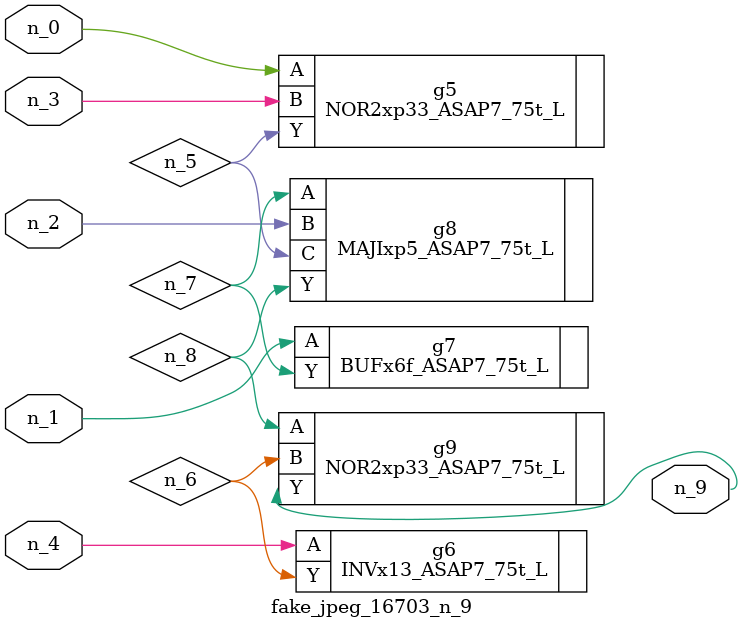
<source format=v>
module fake_jpeg_16703_n_9 (n_3, n_2, n_1, n_0, n_4, n_9);

input n_3;
input n_2;
input n_1;
input n_0;
input n_4;

output n_9;

wire n_8;
wire n_6;
wire n_5;
wire n_7;

NOR2xp33_ASAP7_75t_L g5 ( 
.A(n_0),
.B(n_3),
.Y(n_5)
);

INVx13_ASAP7_75t_L g6 ( 
.A(n_4),
.Y(n_6)
);

BUFx6f_ASAP7_75t_L g7 ( 
.A(n_1),
.Y(n_7)
);

MAJIxp5_ASAP7_75t_L g8 ( 
.A(n_7),
.B(n_2),
.C(n_5),
.Y(n_8)
);

NOR2xp33_ASAP7_75t_L g9 ( 
.A(n_8),
.B(n_6),
.Y(n_9)
);


endmodule
</source>
